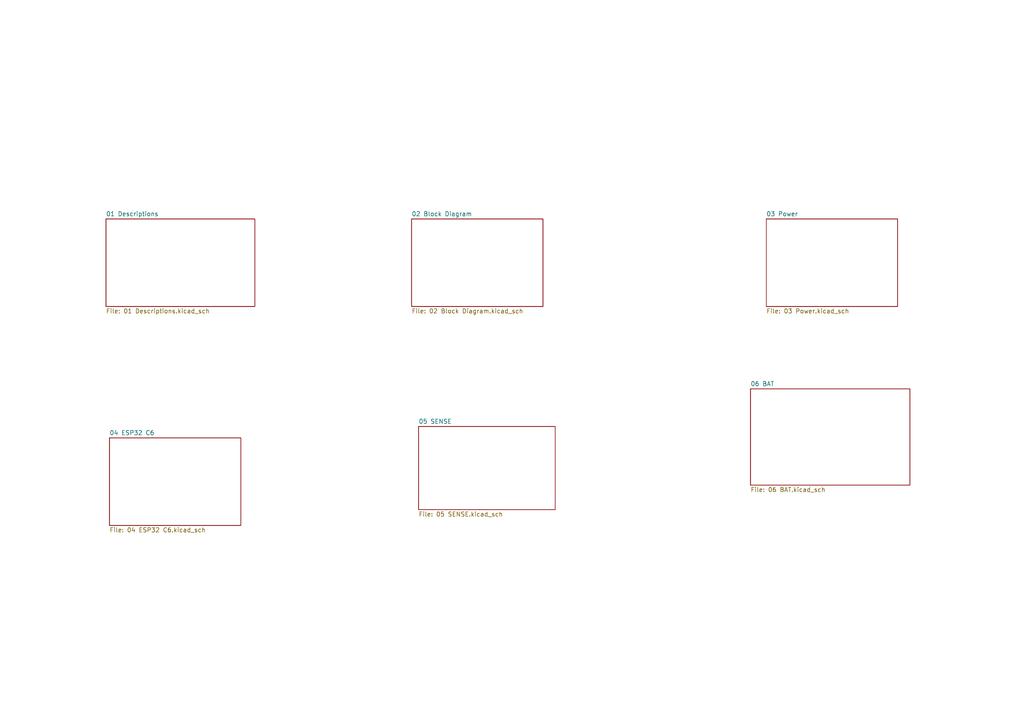
<source format=kicad_sch>
(kicad_sch
	(version 20250114)
	(generator "eeschema")
	(generator_version "9.0")
	(uuid "ef90cf75-f96a-4bad-9f2c-688024ccf7ef")
	(paper "A4")
	(lib_symbols)
	(sheet
		(at 30.734 63.5)
		(size 43.18 25.4)
		(exclude_from_sim no)
		(in_bom yes)
		(on_board yes)
		(dnp no)
		(fields_autoplaced yes)
		(stroke
			(width 0.1524)
			(type solid)
		)
		(fill
			(color 0 0 0 0.0000)
		)
		(uuid "76b7c2f1-76a8-42d5-8146-a3a0d1d4aba1")
		(property "Sheetname" "01 Descriptions"
			(at 30.734 62.7884 0)
			(effects
				(font
					(size 1.27 1.27)
				)
				(justify left bottom)
			)
		)
		(property "Sheetfile" "01 Descriptions.kicad_sch"
			(at 30.734 89.4846 0)
			(effects
				(font
					(size 1.27 1.27)
				)
				(justify left top)
			)
		)
		(instances
			(project "XIAO ESP32 C6"
				(path "/ef90cf75-f96a-4bad-9f2c-688024ccf7ef"
					(page "1")
				)
			)
		)
	)
	(sheet
		(at 119.38 63.5)
		(size 38.1 25.4)
		(exclude_from_sim no)
		(in_bom yes)
		(on_board yes)
		(dnp no)
		(fields_autoplaced yes)
		(stroke
			(width 0.1524)
			(type solid)
		)
		(fill
			(color 0 0 0 0.0000)
		)
		(uuid "a2f00195-2087-475d-8d89-139d03421c3b")
		(property "Sheetname" "02 Block Diagram"
			(at 119.38 62.7884 0)
			(effects
				(font
					(size 1.27 1.27)
				)
				(justify left bottom)
			)
		)
		(property "Sheetfile" "02 Block Diagram.kicad_sch"
			(at 119.38 89.4846 0)
			(effects
				(font
					(size 1.27 1.27)
				)
				(justify left top)
			)
		)
		(instances
			(project "XIAO ESP32 C6"
				(path "/ef90cf75-f96a-4bad-9f2c-688024ccf7ef"
					(page "2")
				)
			)
		)
	)
	(sheet
		(at 217.678 112.776)
		(size 46.228 27.94)
		(exclude_from_sim no)
		(in_bom yes)
		(on_board yes)
		(dnp no)
		(fields_autoplaced yes)
		(stroke
			(width 0.1524)
			(type solid)
		)
		(fill
			(color 0 0 0 0.0000)
		)
		(uuid "aa2aa787-73ee-40b4-8f0c-e9f653d430a2")
		(property "Sheetname" "06 BAT"
			(at 217.678 112.0644 0)
			(effects
				(font
					(size 1.27 1.27)
				)
				(justify left bottom)
			)
		)
		(property "Sheetfile" "06 BAT.kicad_sch"
			(at 217.678 141.3006 0)
			(effects
				(font
					(size 1.27 1.27)
				)
				(justify left top)
			)
		)
		(instances
			(project "XIAO ESP32 C6"
				(path "/ef90cf75-f96a-4bad-9f2c-688024ccf7ef"
					(page "7")
				)
			)
		)
	)
	(sheet
		(at 31.75 127)
		(size 38.1 25.4)
		(exclude_from_sim no)
		(in_bom yes)
		(on_board yes)
		(dnp no)
		(fields_autoplaced yes)
		(stroke
			(width 0.1524)
			(type solid)
		)
		(fill
			(color 0 0 0 0.0000)
		)
		(uuid "b3f5baf3-01a5-4a0b-998a-77c7a1e9770c")
		(property "Sheetname" "04 ESP32 C6"
			(at 31.75 126.2884 0)
			(effects
				(font
					(size 1.27 1.27)
				)
				(justify left bottom)
			)
		)
		(property "Sheetfile" "04 ESP32 C6.kicad_sch"
			(at 31.75 152.9846 0)
			(effects
				(font
					(size 1.27 1.27)
				)
				(justify left top)
			)
		)
		(instances
			(project "XIAO ESP32 C6"
				(path "/ef90cf75-f96a-4bad-9f2c-688024ccf7ef"
					(page "4")
				)
			)
		)
	)
	(sheet
		(at 222.25 63.5)
		(size 38.1 25.4)
		(exclude_from_sim no)
		(in_bom yes)
		(on_board yes)
		(dnp no)
		(fields_autoplaced yes)
		(stroke
			(width 0.1524)
			(type solid)
		)
		(fill
			(color 0 0 0 0.0000)
		)
		(uuid "c7431f7d-5eee-4f48-ac62-0fac3486818b")
		(property "Sheetname" "03 Power"
			(at 222.25 62.7884 0)
			(effects
				(font
					(size 1.27 1.27)
				)
				(justify left bottom)
			)
		)
		(property "Sheetfile" "03 Power.kicad_sch"
			(at 222.25 89.4846 0)
			(effects
				(font
					(size 1.27 1.27)
				)
				(justify left top)
			)
		)
		(instances
			(project "XIAO ESP32 C6"
				(path "/ef90cf75-f96a-4bad-9f2c-688024ccf7ef"
					(page "3")
				)
			)
		)
	)
	(sheet
		(at 121.412 123.698)
		(size 39.624 24.13)
		(exclude_from_sim no)
		(in_bom yes)
		(on_board yes)
		(dnp no)
		(fields_autoplaced yes)
		(stroke
			(width 0.1524)
			(type solid)
		)
		(fill
			(color 0 0 0 0.0000)
		)
		(uuid "e4d07404-9cd3-427f-bfd0-82f4f7bef40f")
		(property "Sheetname" "05 SENSE"
			(at 121.412 122.9864 0)
			(effects
				(font
					(size 1.27 1.27)
				)
				(justify left bottom)
			)
		)
		(property "Sheetfile" "05 SENSE.kicad_sch"
			(at 121.412 148.4126 0)
			(effects
				(font
					(size 1.27 1.27)
				)
				(justify left top)
			)
		)
		(instances
			(project "XIAO ESP32 C6"
				(path "/ef90cf75-f96a-4bad-9f2c-688024ccf7ef"
					(page "6")
				)
			)
		)
	)
	(sheet_instances
		(path "/"
			(page "1")
		)
	)
	(embedded_fonts no)
)

</source>
